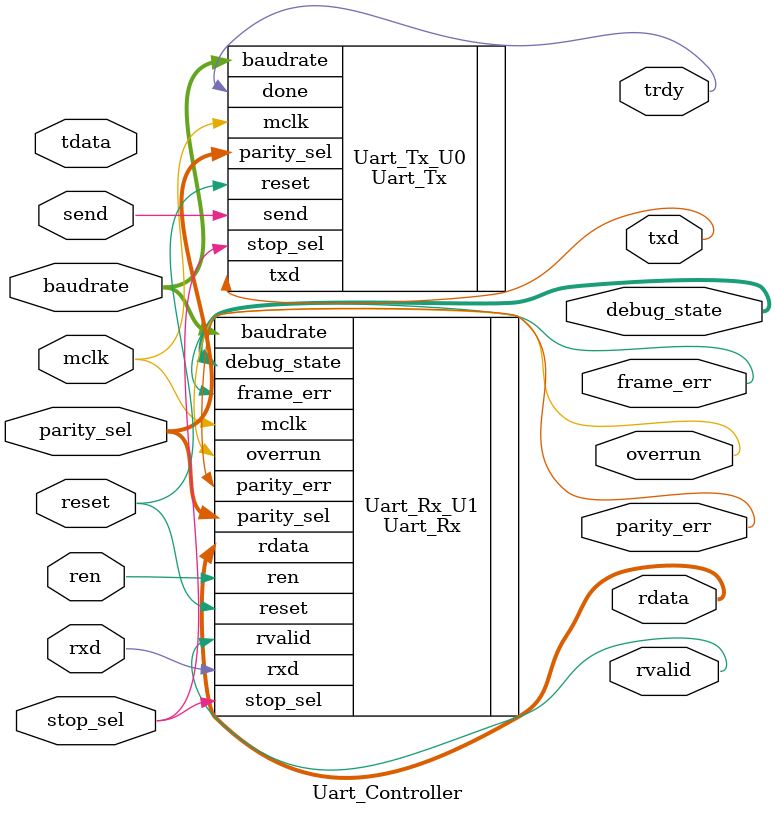
<source format=v>
`timescale 1ns/1ps

module Uart_Controller( reset, mclk, baudrate, parity_sel, stop_sel, tdata, send, trdy, txd, rxd, ren, rdata, rvalid, overrun, frame_err, parity_err,debug_state);
	input reset, mclk;	input [15:0] baudrate; input [1:0] parity_sel; input stop_sel; input [7:0] tdata; input send;	input rxd, ren;
	output trdy, txd;	output [7:0] rdata;	output rvalid, overrun, frame_err, parity_err;
	output [1:0] debug_state;
	
	wire trdy;
	wire txd;
	
	Uart_Tx Uart_Tx_U0(.reset(reset),.mclk(mclk),.baudrate(baudrate),.parity_sel(parity_sel),.stop_sel(stop_sel),.send(send),.done(trdy),.txd(txd));
	
	wire [7:0] rdata;
	wire rvalid;
	wire overrun;
	wire frame_err;
	wire parity_err;
	
	Uart_Rx Uart_Rx_U1(.reset(reset),.mclk(mclk),.baudrate(baudrate),.parity_sel(parity_sel),.stop_sel(stop_sel),.rdata(rdata),.ren(ren),.rvalid(rvalid),.overrun(overrun),.frame_err(frame_err),.parity_err(parity_err),.rxd(rxd),.debug_state(debug_state));
endmodule
</source>
